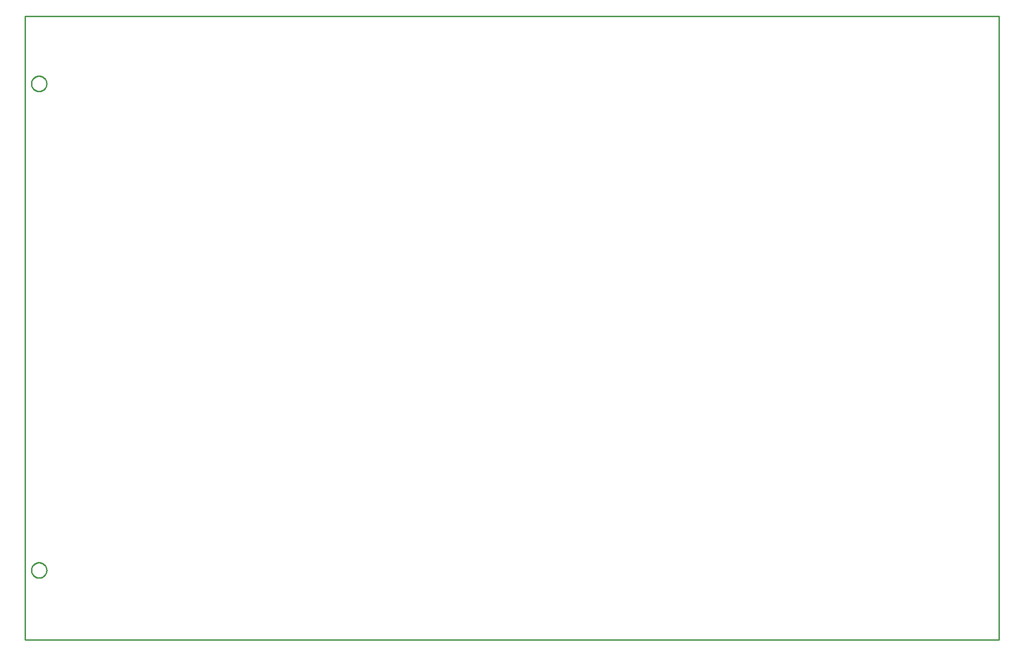
<source format=gbr>
G04 EAGLE Gerber RS-274X export*
G75*
%MOMM*%
%FSLAX34Y34*%
%LPD*%
%IN*%
%IPPOS*%
%AMOC8*
5,1,8,0,0,1.08239X$1,22.5*%
G01*
%ADD10C,0.254000*%


D10*
X0Y0D02*
X1777800Y0D01*
X1777800Y1139700D01*
X0Y1139700D01*
X0Y0D01*
X11430Y1016563D02*
X11501Y1017558D01*
X11643Y1018546D01*
X11855Y1019521D01*
X12136Y1020479D01*
X12485Y1021414D01*
X12900Y1022321D01*
X13378Y1023197D01*
X13917Y1024037D01*
X14515Y1024835D01*
X15169Y1025589D01*
X15875Y1026295D01*
X16629Y1026949D01*
X17428Y1027547D01*
X18267Y1028086D01*
X19143Y1028564D01*
X20051Y1028979D01*
X20985Y1029328D01*
X21943Y1029609D01*
X22918Y1029821D01*
X23906Y1029963D01*
X24901Y1030034D01*
X25899Y1030034D01*
X26894Y1029963D01*
X27882Y1029821D01*
X28857Y1029609D01*
X29815Y1029328D01*
X30750Y1028979D01*
X31657Y1028564D01*
X32533Y1028086D01*
X33373Y1027547D01*
X34171Y1026949D01*
X34925Y1026295D01*
X35631Y1025589D01*
X36285Y1024835D01*
X36883Y1024037D01*
X37422Y1023197D01*
X37900Y1022321D01*
X38315Y1021414D01*
X38664Y1020479D01*
X38945Y1019521D01*
X39157Y1018546D01*
X39299Y1017558D01*
X39370Y1016563D01*
X39370Y1015565D01*
X39299Y1014570D01*
X39157Y1013582D01*
X38945Y1012607D01*
X38664Y1011649D01*
X38315Y1010715D01*
X37900Y1009807D01*
X37422Y1008931D01*
X36883Y1008092D01*
X36285Y1007293D01*
X35631Y1006539D01*
X34925Y1005833D01*
X34171Y1005179D01*
X33373Y1004581D01*
X32533Y1004042D01*
X31657Y1003564D01*
X30750Y1003149D01*
X29815Y1002800D01*
X28857Y1002519D01*
X27882Y1002307D01*
X26894Y1002165D01*
X25899Y1002094D01*
X24901Y1002094D01*
X23906Y1002165D01*
X22918Y1002307D01*
X21943Y1002519D01*
X20985Y1002800D01*
X20051Y1003149D01*
X19143Y1003564D01*
X18267Y1004042D01*
X17428Y1004581D01*
X16629Y1005179D01*
X15875Y1005833D01*
X15169Y1006539D01*
X14515Y1007293D01*
X13917Y1008092D01*
X13378Y1008931D01*
X12900Y1009807D01*
X12485Y1010715D01*
X12136Y1011649D01*
X11855Y1012607D01*
X11643Y1013582D01*
X11501Y1014570D01*
X11430Y1015565D01*
X11430Y1016563D01*
X11430Y127435D02*
X11501Y128430D01*
X11643Y129418D01*
X11855Y130393D01*
X12136Y131351D01*
X12485Y132286D01*
X12900Y133193D01*
X13378Y134069D01*
X13917Y134909D01*
X14515Y135707D01*
X15169Y136461D01*
X15875Y137167D01*
X16629Y137821D01*
X17428Y138419D01*
X18267Y138958D01*
X19143Y139436D01*
X20051Y139851D01*
X20985Y140200D01*
X21943Y140481D01*
X22918Y140693D01*
X23906Y140835D01*
X24901Y140906D01*
X25899Y140906D01*
X26894Y140835D01*
X27882Y140693D01*
X28857Y140481D01*
X29815Y140200D01*
X30750Y139851D01*
X31657Y139436D01*
X32533Y138958D01*
X33373Y138419D01*
X34171Y137821D01*
X34925Y137167D01*
X35631Y136461D01*
X36285Y135707D01*
X36883Y134909D01*
X37422Y134069D01*
X37900Y133193D01*
X38315Y132286D01*
X38664Y131351D01*
X38945Y130393D01*
X39157Y129418D01*
X39299Y128430D01*
X39370Y127435D01*
X39370Y126437D01*
X39299Y125442D01*
X39157Y124454D01*
X38945Y123479D01*
X38664Y122521D01*
X38315Y121587D01*
X37900Y120679D01*
X37422Y119803D01*
X36883Y118964D01*
X36285Y118165D01*
X35631Y117411D01*
X34925Y116705D01*
X34171Y116051D01*
X33373Y115453D01*
X32533Y114914D01*
X31657Y114436D01*
X30750Y114021D01*
X29815Y113672D01*
X28857Y113391D01*
X27882Y113179D01*
X26894Y113037D01*
X25899Y112966D01*
X24901Y112966D01*
X23906Y113037D01*
X22918Y113179D01*
X21943Y113391D01*
X20985Y113672D01*
X20051Y114021D01*
X19143Y114436D01*
X18267Y114914D01*
X17428Y115453D01*
X16629Y116051D01*
X15875Y116705D01*
X15169Y117411D01*
X14515Y118165D01*
X13917Y118964D01*
X13378Y119803D01*
X12900Y120679D01*
X12485Y121587D01*
X12136Y122521D01*
X11855Y123479D01*
X11643Y124454D01*
X11501Y125442D01*
X11430Y126437D01*
X11430Y127435D01*
M02*

</source>
